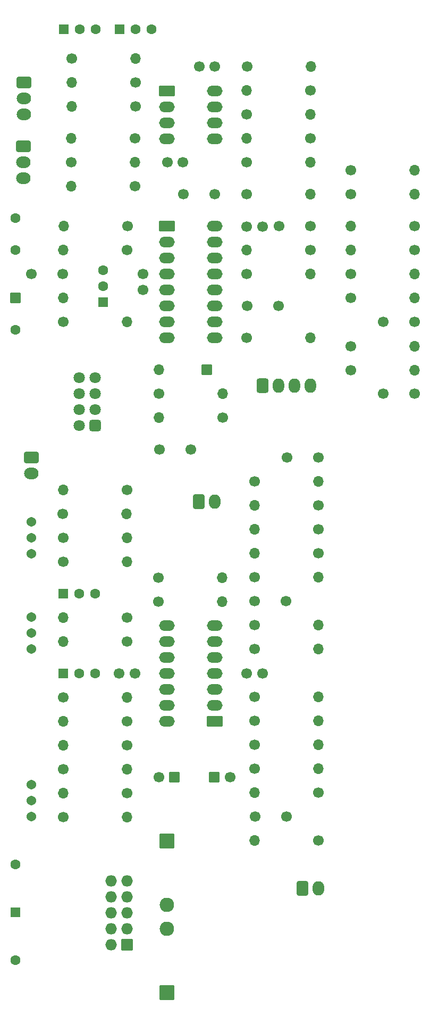
<source format=gts>
G04 #@! TF.GenerationSoftware,KiCad,Pcbnew,6.0.5-a6ca702e91~116~ubuntu20.04.1*
G04 #@! TF.CreationDate,2022-06-23T15:41:41-04:00*
G04 #@! TF.ProjectId,sidekickvco_b1,73696465-6b69-4636-9b76-636f5f62312e,rev?*
G04 #@! TF.SameCoordinates,Original*
G04 #@! TF.FileFunction,Soldermask,Top*
G04 #@! TF.FilePolarity,Negative*
%FSLAX46Y46*%
G04 Gerber Fmt 4.6, Leading zero omitted, Abs format (unit mm)*
G04 Created by KiCad (PCBNEW 6.0.5-a6ca702e91~116~ubuntu20.04.1) date 2022-06-23 15:41:41*
%MOMM*%
%LPD*%
G01*
G04 APERTURE LIST*
G04 Aperture macros list*
%AMRoundRect*
0 Rectangle with rounded corners*
0 $1 Rounding radius*
0 $2 $3 $4 $5 $6 $7 $8 $9 X,Y pos of 4 corners*
0 Add a 4 corners polygon primitive as box body*
4,1,4,$2,$3,$4,$5,$6,$7,$8,$9,$2,$3,0*
0 Add four circle primitives for the rounded corners*
1,1,$1+$1,$2,$3*
1,1,$1+$1,$4,$5*
1,1,$1+$1,$6,$7*
1,1,$1+$1,$8,$9*
0 Add four rect primitives between the rounded corners*
20,1,$1+$1,$2,$3,$4,$5,0*
20,1,$1+$1,$4,$5,$6,$7,0*
20,1,$1+$1,$6,$7,$8,$9,0*
20,1,$1+$1,$8,$9,$2,$3,0*%
G04 Aperture macros list end*
%ADD10RoundRect,0.300000X-0.620000X-0.850000X0.620000X-0.850000X0.620000X0.850000X-0.620000X0.850000X0*%
%ADD11O,1.840000X2.300000*%
%ADD12C,1.700000*%
%ADD13O,1.700000X1.700000*%
%ADD14RoundRect,0.300000X-0.850000X0.620000X-0.850000X-0.620000X0.850000X-0.620000X0.850000X0.620000X0*%
%ADD15O,2.300000X1.840000*%
%ADD16RoundRect,0.300000X-0.620000X-0.845000X0.620000X-0.845000X0.620000X0.845000X-0.620000X0.845000X0*%
%ADD17O,1.840000X2.290000*%
%ADD18RoundRect,0.050000X0.863600X0.863600X-0.863600X0.863600X-0.863600X-0.863600X0.863600X-0.863600X0*%
%ADD19O,1.827200X1.827200*%
%ADD20RoundRect,0.050000X-1.100000X1.100000X-1.100000X-1.100000X1.100000X-1.100000X1.100000X1.100000X0*%
%ADD21O,2.300000X2.300000*%
%ADD22RoundRect,0.050000X1.100000X-1.100000X1.100000X1.100000X-1.100000X1.100000X-1.100000X-1.100000X0*%
%ADD23RoundRect,0.050000X-1.200000X-0.800000X1.200000X-0.800000X1.200000X0.800000X-1.200000X0.800000X0*%
%ADD24O,2.500000X1.700000*%
%ADD25C,1.540000*%
%ADD26RoundRect,0.050000X0.750000X0.750000X-0.750000X0.750000X-0.750000X-0.750000X0.750000X-0.750000X0*%
%ADD27C,1.600000*%
%ADD28RoundRect,0.050000X-0.800000X-0.800000X0.800000X-0.800000X0.800000X0.800000X-0.800000X0.800000X0*%
%ADD29RoundRect,0.050000X0.750000X-0.750000X0.750000X0.750000X-0.750000X0.750000X-0.750000X-0.750000X0*%
%ADD30RoundRect,0.300000X0.600000X0.600000X-0.600000X0.600000X-0.600000X-0.600000X0.600000X-0.600000X0*%
%ADD31C,1.800000*%
%ADD32RoundRect,0.050000X0.800000X0.800000X-0.800000X0.800000X-0.800000X-0.800000X0.800000X-0.800000X0*%
%ADD33RoundRect,0.050000X1.200000X0.800000X-1.200000X0.800000X-1.200000X-0.800000X1.200000X-0.800000X0*%
G04 APERTURE END LIST*
D10*
G04 #@! TO.C,J7*
X157710000Y-160080000D03*
D11*
X160250000Y-160080000D03*
G04 #@! TD*
D12*
G04 #@! TO.C,R17*
X165430000Y-73740000D03*
D13*
X175590000Y-73740000D03*
G04 #@! TD*
D12*
G04 #@! TO.C,R37*
X129790000Y-116920000D03*
D13*
X119630000Y-116920000D03*
G04 #@! TD*
D14*
G04 #@! TO.C,J6*
X114540000Y-91510000D03*
D15*
X114540000Y-94050000D03*
G04 #@! TD*
D16*
G04 #@! TO.C,J4*
X151380000Y-80080000D03*
D17*
X153920000Y-80080000D03*
X156460000Y-80080000D03*
X159000000Y-80080000D03*
G04 #@! TD*
D18*
G04 #@! TO.C,J20*
X129790000Y-168990000D03*
D19*
X127250000Y-168990000D03*
X129790000Y-166450000D03*
X127250000Y-166450000D03*
X129790000Y-163910000D03*
X127250000Y-163910000D03*
X129790000Y-161370000D03*
X127250000Y-161370000D03*
X129790000Y-158830000D03*
X127250000Y-158830000D03*
G04 #@! TD*
D20*
G04 #@! TO.C,D3*
X136140000Y-152480000D03*
D21*
X136140000Y-162640000D03*
G04 #@! TD*
D12*
G04 #@! TO.C,R35*
X119630000Y-129620000D03*
D13*
X129790000Y-129620000D03*
G04 #@! TD*
D22*
G04 #@! TO.C,D4*
X136140000Y-176610000D03*
D21*
X136140000Y-166450000D03*
G04 #@! TD*
D12*
G04 #@! TO.C,C4*
X160270000Y-91510000D03*
X155270000Y-91510000D03*
G04 #@! TD*
D23*
G04 #@! TO.C,U2*
X136150000Y-54680000D03*
D24*
X136150000Y-57220000D03*
X136150000Y-59760000D03*
X136150000Y-62300000D03*
X136150000Y-64840000D03*
X136150000Y-67380000D03*
X136150000Y-69920000D03*
X136150000Y-72460000D03*
X143770000Y-72460000D03*
X143770000Y-69920000D03*
X143770000Y-67380000D03*
X143770000Y-64840000D03*
X143770000Y-62300000D03*
X143770000Y-59760000D03*
X143770000Y-57220000D03*
X143770000Y-54680000D03*
G04 #@! TD*
D12*
G04 #@! TO.C,C6*
X148840000Y-54690000D03*
X151340000Y-54690000D03*
G04 #@! TD*
G04 #@! TO.C,R57*
X129790000Y-96600000D03*
D13*
X119630000Y-96600000D03*
G04 #@! TD*
D14*
G04 #@! TO.C,J2*
X113280000Y-41980000D03*
D15*
X113280000Y-44520000D03*
X113280000Y-47060000D03*
G04 #@! TD*
D12*
G04 #@! TO.C,R8*
X120900000Y-44520000D03*
D13*
X131060000Y-44520000D03*
G04 #@! TD*
D12*
G04 #@! TO.C,R43*
X119630000Y-148670000D03*
D13*
X129790000Y-148670000D03*
G04 #@! TD*
D12*
G04 #@! TO.C,R26*
X148840000Y-44520000D03*
D13*
X159000000Y-44520000D03*
G04 #@! TD*
D12*
G04 #@! TO.C,R54*
X119550000Y-100410000D03*
D13*
X129710000Y-100410000D03*
G04 #@! TD*
D12*
G04 #@! TO.C,R11*
X131060000Y-40710000D03*
D13*
X120900000Y-40710000D03*
G04 #@! TD*
D12*
G04 #@! TO.C,R50*
X160260000Y-99130000D03*
D13*
X150100000Y-99130000D03*
G04 #@! TD*
D12*
G04 #@! TO.C,R38*
X129790000Y-137240000D03*
D13*
X119630000Y-137240000D03*
G04 #@! TD*
D12*
G04 #@! TO.C,C17*
X155190000Y-148660000D03*
X150190000Y-148660000D03*
G04 #@! TD*
D25*
G04 #@! TO.C,RV7*
X114540000Y-121990000D03*
X114540000Y-119450000D03*
X114540000Y-116910000D03*
G04 #@! TD*
D26*
G04 #@! TO.C,U5*
X125980000Y-66745000D03*
D27*
X125980000Y-64205000D03*
X125980000Y-61665000D03*
G04 #@! TD*
D28*
G04 #@! TO.C,C13*
X143680000Y-142320000D03*
D12*
X146180000Y-142320000D03*
G04 #@! TD*
G04 #@! TO.C,R24*
X120980000Y-28010000D03*
D13*
X131140000Y-28010000D03*
G04 #@! TD*
D12*
G04 #@! TO.C,R1*
X131140000Y-35630000D03*
D13*
X120980000Y-35630000D03*
G04 #@! TD*
D12*
G04 #@! TO.C,R36*
X129790000Y-133430000D03*
D13*
X119630000Y-133430000D03*
G04 #@! TD*
D25*
G04 #@! TO.C,RV8*
X114540000Y-148660000D03*
X114540000Y-146120000D03*
X114540000Y-143580000D03*
G04 #@! TD*
D12*
G04 #@! TO.C,R21*
X148840000Y-72460000D03*
D13*
X159000000Y-72460000D03*
G04 #@! TD*
D12*
G04 #@! TO.C,R40*
X119630000Y-104220000D03*
D13*
X129790000Y-104220000D03*
G04 #@! TD*
D29*
G04 #@! TO.C,U3*
X128600000Y-23290000D03*
D27*
X131140000Y-23290000D03*
X133680000Y-23290000D03*
G04 #@! TD*
D12*
G04 #@! TO.C,R19*
X165430000Y-45790000D03*
D13*
X175590000Y-45790000D03*
G04 #@! TD*
D12*
G04 #@! TO.C,R23*
X148920000Y-29280000D03*
D13*
X159080000Y-29280000D03*
G04 #@! TD*
D12*
G04 #@! TO.C,C9*
X153920000Y-67380000D03*
X148920000Y-67380000D03*
G04 #@! TD*
G04 #@! TO.C,C7*
X139910000Y-90240000D03*
X134910000Y-90240000D03*
G04 #@! TD*
D29*
G04 #@! TO.C,Q1*
X119630000Y-125810000D03*
D27*
X122170000Y-125810000D03*
X124710000Y-125810000D03*
G04 #@! TD*
D12*
G04 #@! TO.C,C2*
X143750000Y-29280000D03*
X141250000Y-29280000D03*
G04 #@! TD*
G04 #@! TO.C,R22*
X145030000Y-85160000D03*
D13*
X134870000Y-85160000D03*
G04 #@! TD*
D12*
G04 #@! TO.C,C5*
X143720000Y-49600000D03*
X138720000Y-49600000D03*
G04 #@! TD*
G04 #@! TO.C,R5*
X129790000Y-58490000D03*
D13*
X119630000Y-58490000D03*
G04 #@! TD*
D12*
G04 #@! TO.C,R56*
X150100000Y-110560000D03*
D13*
X160260000Y-110560000D03*
G04 #@! TD*
D12*
G04 #@! TO.C,R9*
X165430000Y-66110000D03*
D13*
X175590000Y-66110000D03*
G04 #@! TD*
D12*
G04 #@! TO.C,C1*
X132330000Y-62300000D03*
X132330000Y-64800000D03*
G04 #@! TD*
G04 #@! TO.C,C11*
X175590000Y-81350000D03*
X170590000Y-81350000D03*
G04 #@! TD*
G04 #@! TO.C,R51*
X134790000Y-110570000D03*
D13*
X144950000Y-110570000D03*
G04 #@! TD*
D12*
G04 #@! TO.C,C16*
X128520000Y-125810000D03*
X131020000Y-125810000D03*
G04 #@! TD*
D29*
G04 #@! TO.C,U4*
X119710000Y-23290000D03*
D27*
X122250000Y-23290000D03*
X124790000Y-23290000D03*
G04 #@! TD*
D12*
G04 #@! TO.C,R46*
X150100000Y-133420000D03*
D13*
X160260000Y-133420000D03*
G04 #@! TD*
D12*
G04 #@! TO.C,R42*
X129790000Y-144860000D03*
D13*
X119630000Y-144860000D03*
G04 #@! TD*
D12*
G04 #@! TO.C,R16*
X175590000Y-58490000D03*
D13*
X165430000Y-58490000D03*
G04 #@! TD*
D12*
G04 #@! TO.C,R58*
X160260000Y-152470000D03*
D13*
X150100000Y-152470000D03*
G04 #@! TD*
D12*
G04 #@! TO.C,R29*
X159000000Y-33090000D03*
D13*
X148840000Y-33090000D03*
G04 #@! TD*
D12*
G04 #@! TO.C,R4*
X148840000Y-49600000D03*
D13*
X159000000Y-49600000D03*
G04 #@! TD*
D12*
G04 #@! TO.C,C12*
X114550000Y-62300000D03*
X119550000Y-62300000D03*
G04 #@! TD*
G04 #@! TO.C,R7*
X129870000Y-54680000D03*
D13*
X119710000Y-54680000D03*
G04 #@! TD*
D30*
G04 #@! TO.C,J1*
X124710000Y-86430000D03*
D31*
X122170000Y-86430000D03*
X124710000Y-83890000D03*
X122170000Y-83890000D03*
X124710000Y-81350000D03*
X122170000Y-81350000D03*
X124710000Y-78810000D03*
X122170000Y-78810000D03*
G04 #@! TD*
D12*
G04 #@! TO.C,R34*
X119630000Y-108030000D03*
D13*
X129790000Y-108030000D03*
G04 #@! TD*
D12*
G04 #@! TO.C,C18*
X150100000Y-114370000D03*
X155100000Y-114370000D03*
G04 #@! TD*
D23*
G04 #@! TO.C,U1*
X136140000Y-33100000D03*
D24*
X136140000Y-35640000D03*
X136140000Y-38180000D03*
X136140000Y-40720000D03*
X143760000Y-40720000D03*
X143760000Y-38180000D03*
X143760000Y-35640000D03*
X143760000Y-33100000D03*
G04 #@! TD*
D12*
G04 #@! TO.C,R18*
X165430000Y-62300000D03*
D13*
X175590000Y-62300000D03*
G04 #@! TD*
D12*
G04 #@! TO.C,R25*
X159000000Y-40710000D03*
D13*
X148840000Y-40710000D03*
G04 #@! TD*
D12*
G04 #@! TO.C,R27*
X148840000Y-36900000D03*
D13*
X159000000Y-36900000D03*
G04 #@! TD*
D10*
G04 #@! TO.C,J5*
X141220000Y-98495000D03*
D11*
X143760000Y-98495000D03*
G04 #@! TD*
D12*
G04 #@! TO.C,R28*
X175590000Y-54680000D03*
D13*
X165430000Y-54680000D03*
G04 #@! TD*
D29*
G04 #@! TO.C,Q2*
X119630000Y-113110000D03*
D27*
X122170000Y-113110000D03*
X124710000Y-113110000D03*
G04 #@! TD*
D12*
G04 #@! TO.C,C10*
X175560000Y-69920000D03*
X170560000Y-69920000D03*
G04 #@! TD*
G04 #@! TO.C,R44*
X150100000Y-129610000D03*
D13*
X160260000Y-129610000D03*
G04 #@! TD*
D12*
G04 #@! TO.C,R45*
X150100000Y-121990000D03*
D13*
X160260000Y-121990000D03*
G04 #@! TD*
D12*
G04 #@! TO.C,R13*
X159000000Y-58490000D03*
D13*
X148840000Y-58490000D03*
G04 #@! TD*
D12*
G04 #@! TO.C,C15*
X148840000Y-125810000D03*
X151340000Y-125810000D03*
G04 #@! TD*
D32*
G04 #@! TO.C,D1*
X142490000Y-77540000D03*
D13*
X134870000Y-77540000D03*
G04 #@! TD*
D12*
G04 #@! TO.C,R20*
X134870000Y-81350000D03*
D13*
X145030000Y-81350000D03*
G04 #@! TD*
D12*
G04 #@! TO.C,R52*
X150100000Y-141040000D03*
D13*
X160260000Y-141040000D03*
G04 #@! TD*
D12*
G04 #@! TO.C,R6*
X150110000Y-95320000D03*
D13*
X160270000Y-95320000D03*
G04 #@! TD*
D12*
G04 #@! TO.C,R41*
X119630000Y-141050000D03*
D13*
X129790000Y-141050000D03*
G04 #@! TD*
D12*
G04 #@! TO.C,R47*
X150100000Y-118180000D03*
D13*
X160260000Y-118180000D03*
G04 #@! TD*
D12*
G04 #@! TO.C,R59*
X160260000Y-102940000D03*
D13*
X150100000Y-102940000D03*
G04 #@! TD*
D12*
G04 #@! TO.C,R12*
X165430000Y-77550000D03*
D13*
X175590000Y-77550000D03*
G04 #@! TD*
D12*
G04 #@! TO.C,R48*
X134790000Y-114380000D03*
D13*
X144950000Y-114380000D03*
G04 #@! TD*
D12*
G04 #@! TO.C,R49*
X150100000Y-137230000D03*
D13*
X160260000Y-137230000D03*
G04 #@! TD*
D32*
G04 #@! TO.C,C14*
X137330000Y-142320000D03*
D12*
X134830000Y-142320000D03*
G04 #@! TD*
G04 #@! TO.C,R10*
X131060000Y-48330000D03*
D13*
X120900000Y-48330000D03*
G04 #@! TD*
D12*
G04 #@! TO.C,R14*
X165430000Y-49600000D03*
D13*
X175590000Y-49600000D03*
G04 #@! TD*
D14*
G04 #@! TO.C,J3*
X113340000Y-31820000D03*
D15*
X113340000Y-34360000D03*
X113340000Y-36900000D03*
G04 #@! TD*
D12*
G04 #@! TO.C,R39*
X129790000Y-120730000D03*
D13*
X119630000Y-120730000D03*
G04 #@! TD*
D12*
G04 #@! TO.C,C8*
X159000000Y-54680000D03*
X154000000Y-54680000D03*
G04 #@! TD*
G04 #@! TO.C,R53*
X160260000Y-106750000D03*
D13*
X150100000Y-106750000D03*
G04 #@! TD*
D33*
G04 #@! TO.C,U6*
X143760000Y-133430000D03*
D24*
X143760000Y-130890000D03*
X143760000Y-128350000D03*
X143760000Y-125810000D03*
X143760000Y-123270000D03*
X143760000Y-120730000D03*
X143760000Y-118190000D03*
X136140000Y-118190000D03*
X136140000Y-120730000D03*
X136140000Y-123270000D03*
X136140000Y-125810000D03*
X136140000Y-128350000D03*
X136140000Y-130890000D03*
X136140000Y-133430000D03*
G04 #@! TD*
D12*
G04 #@! TO.C,C3*
X138680000Y-44520000D03*
X136180000Y-44520000D03*
G04 #@! TD*
G04 #@! TO.C,R3*
X119630000Y-69920000D03*
D13*
X129790000Y-69920000D03*
G04 #@! TD*
D28*
G04 #@! TO.C,D2*
X112010000Y-66110000D03*
D13*
X119630000Y-66110000D03*
G04 #@! TD*
D12*
G04 #@! TO.C,R55*
X160260000Y-144850000D03*
D13*
X150100000Y-144850000D03*
G04 #@! TD*
D25*
G04 #@! TO.C,RV6*
X114540000Y-106760000D03*
X114540000Y-104220000D03*
X114540000Y-101680000D03*
G04 #@! TD*
D12*
G04 #@! TO.C,R15*
X148840000Y-62300000D03*
D13*
X159000000Y-62300000D03*
G04 #@! TD*
D12*
G04 #@! TO.C,R2*
X131140000Y-31820000D03*
D13*
X120980000Y-31820000D03*
G04 #@! TD*
D29*
G04 #@! TO.C,TP6*
X112000000Y-163900000D03*
G04 #@! TD*
D27*
G04 #@! TO.C,TP4*
X112000000Y-156280000D03*
G04 #@! TD*
G04 #@! TO.C,TP3*
X112010000Y-71190000D03*
G04 #@! TD*
G04 #@! TO.C,TP1*
X112010000Y-58490000D03*
G04 #@! TD*
G04 #@! TO.C,TP2*
X112010000Y-53410000D03*
G04 #@! TD*
G04 #@! TO.C,TP5*
X112000000Y-171520000D03*
G04 #@! TD*
M02*

</source>
